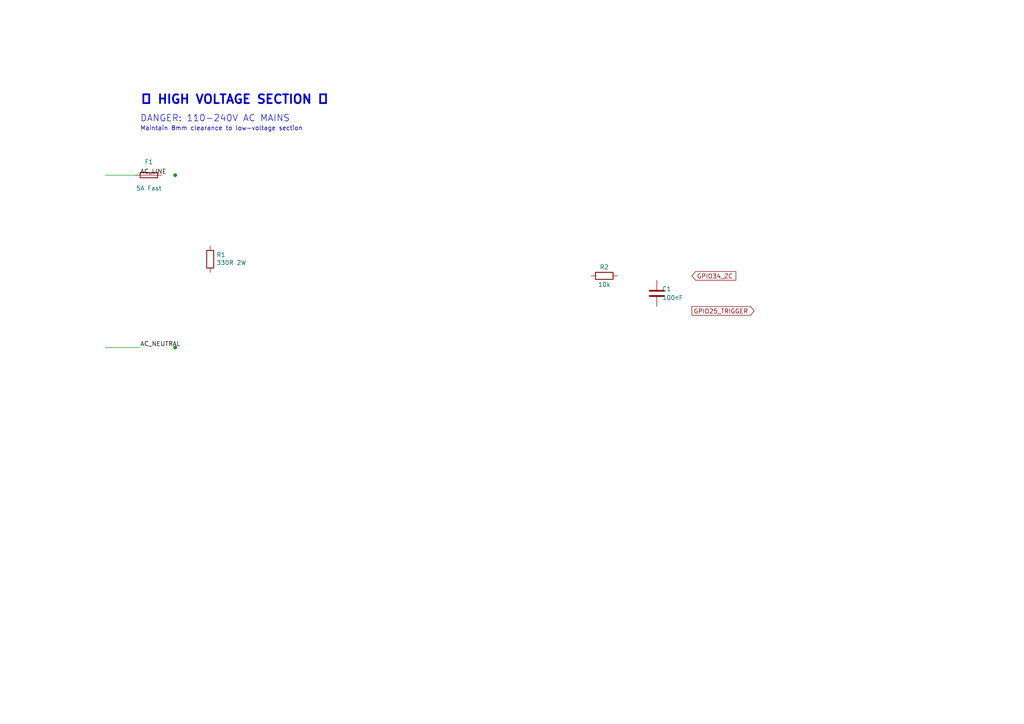
<source format=kicad_sch>
(kicad_sch (version 20230121) (generator eeschema)
  (paper "A4")
  (title_block (title "ESP32 AC Dimmer Fan Controller") (date "2025-01-11") (rev "1.0") (company "") (comment 1 "AC Phase-Control Dimmer for Inductive Loads") (comment 2 "⚡ HIGH VOLTAGE - DANGEROUS ⚡") (comment 3 "Optical isolation between mains and ESP32") (comment 4 "For qualified personnel only"))
  (lib_symbols
    (symbol "Device:R" (pin_numbers hide) (pin_names (offset 0))
      (property "Reference" "R" (at 2.032 0 90))
      (property "Value" "R" (at 0 0 90))
      (symbol "R_0_1"
        (rectangle (start -1.016 -2.54) (end 1.016 2.54) (stroke (width 0.254)))
      )
      (symbol "R_1_1"
        (pin passive line (at 0 3.81 270) (length 1.27) (name "~") (number "1"))
        (pin passive line (at 0 -3.81 90) (length 1.27) (name "~") (number "2"))
      )
    )
    (symbol "Device:C" (pin_numbers hide) (pin_names (offset 0.254))
      (property "Reference" "C" (at 0.635 2.54 0))
      (property "Value" "C" (at 0.635 -2.54 0))
      (symbol "C_0_1"
        (polyline (pts (xy -2.032 -0.762) (xy 2.032 -0.762)) (stroke (width 0.508)))
        (polyline (pts (xy -2.032 0.762) (xy 2.032 0.762)) (stroke (width 0.508)))
      )
      (symbol "C_1_1"
        (pin passive line (at 0 3.81 270) (length 2.794) (name "~") (number "1"))
        (pin passive line (at 0 -3.81 90) (length 2.794) (name "~") (number "2"))
      )
    )
    (symbol "Device:D" (pin_numbers hide) (pin_names (offset 1.016) hide)
      (property "Reference" "D" (at 0 2.54 0))
      (property "Value" "D" (at 0 -2.54 0))
      (symbol "D_0_1"
        (polyline (pts (xy -1.27 1.27) (xy -1.27 -1.27)) (stroke (width 0.254)))
        (polyline (pts (xy 1.27 0) (xy -1.27 0)))
        (polyline (pts (xy 1.27 1.27) (xy 1.27 -1.27) (xy -1.27 0) (xy 1.27 1.27)) (stroke (width 0.254)))
      )
      (symbol "D_1_1"
        (pin passive line (at -3.81 0 0) (length 2.54) (name "K") (number "1"))
        (pin passive line (at 3.81 0 180) (length 2.54) (name "A") (number "2"))
      )
    )
    (symbol "Device:Fuse" (pin_numbers hide) (pin_names (offset 0))
      (property "Reference" "F" (at 2.032 0 90))
      (property "Value" "Fuse" (at -1.905 0 90))
      (symbol "Fuse_0_1"
        (rectangle (start -0.762 -2.54) (end 0.762 2.54) (stroke (width 0.254)))
        (polyline (pts (xy 0 2.54) (xy 0 -2.54)))
      )
      (symbol "Fuse_1_1"
        (pin passive line (at 0 3.81 270) (length 1.27) (name "~") (number "1"))
        (pin passive line (at 0 -3.81 90) (length 1.27) (name "~") (number "2"))
      )
    )
  )
  (junction (at 50.8 50.8))
  (junction (at 50.8 100.8))
  (wire (pts (xy 30.48 50.8) (xy 40.64 50.8)))
  (wire (pts (xy 30.48 100.8) (xy 40.64 100.8)))
  (text "⚡ HIGH VOLTAGE SECTION ⚡" (at 40.64 30.48 0) (effects (font (size 2.54 2.54) bold) (justify left bottom)))
  (text "DANGER: 110-240V AC MAINS" (at 40.64 35.56 0) (effects (font (size 1.905 1.905)) (justify left bottom)))
  (text "Maintain 8mm clearance to low-voltage section" (at 40.64 38.1 0) (effects (font (size 1.27 1.27)) (justify left bottom)))
  (label "AC_LINE" (at 40.64 50.8 0))
  (label "AC_NEUTRAL" (at 40.64 100.8 0))
  (global_label "GPIO34_ZC" (shape input) (at 200.66 80.01 0) (property "Intersheets References" "${INTERSHEET_REFS}" (effects hide)))
  (global_label "GPIO25_TRIGGER" (shape output) (at 200.66 90.17 0) (property "Intersheets References" "${INTERSHEET_REFS}" (effects hide)))
  (symbol (lib_id "Device:Fuse") (at 43.18 50.8 90) (unit 1)
    (property "Reference" "F1" (at 43.18 46.99 90))
    (property "Value" "5A Fast" (at 43.18 54.61 90))
    (property "Footprint" "Fuse:Fuse_Littelfuse_395Series" (effects hide))
  )
  (symbol (lib_id "Device:R") (at 60.96 75.184 0) (unit 1)
    (property "Reference" "R1" (at 62.738 73.914 0) (effects (justify left)))
    (property "Value" "330R 2W" (at 62.738 76.2 0) (effects (justify left)))
    (property "Footprint" "Resistor_THT:R_Axial_DIN0207_L6.3mm_D2.5mm_P10.16mm_Horizontal" (effects hide))
  )
  (symbol (lib_id "Device:R") (at 175.26 80.01 90) (unit 1)
    (property "Reference" "R2" (at 175.26 77.47 90))
    (property "Value" "10k" (at 175.26 82.55 90))
    (property "Footprint" "Resistor_THT:R_Axial_DIN0207_L6.3mm_D2.5mm_P7.62mm_Horizontal" (effects hide))
  )
  (symbol (lib_id "Device:C") (at 190.5 85.09 0) (unit 1)
    (property "Reference" "C1" (at 192.024 83.82 0) (effects (justify left)))
    (property "Value" "100nF" (at 192.024 86.36 0) (effects (justify left)))
    (property "Footprint" "Capacitor_THT:C_Disc_D5.0mm_W2.5mm_P5.00mm" (effects hide))
  )
)
</source>
